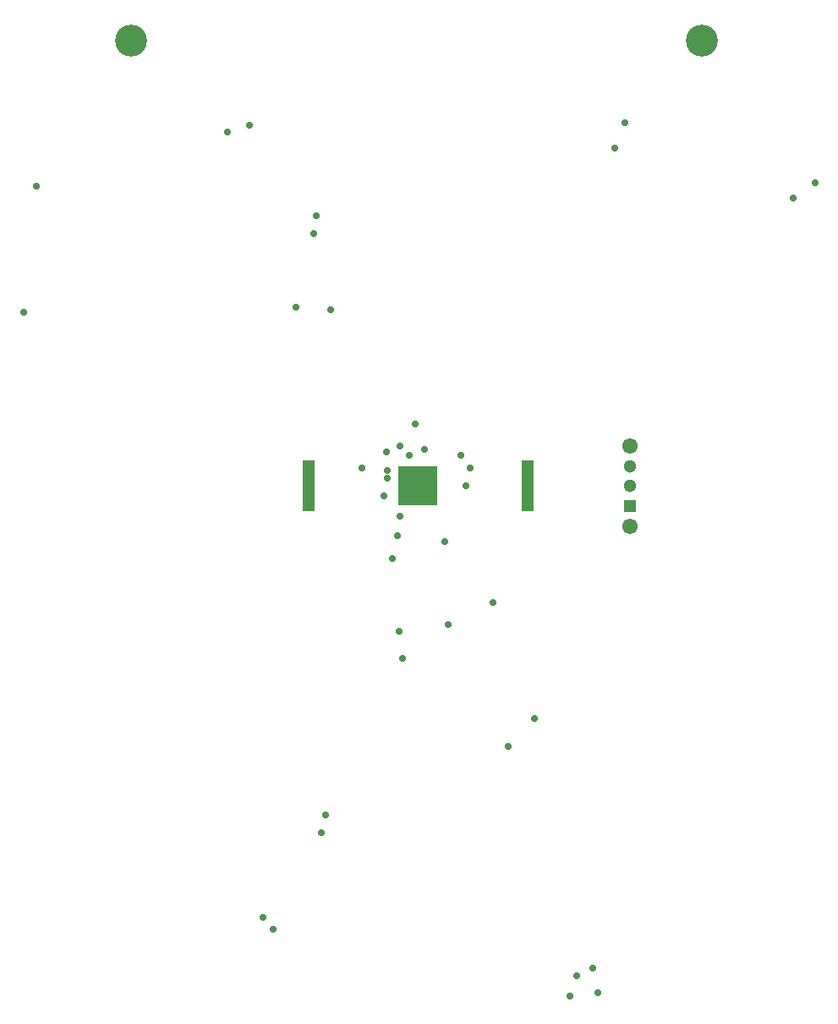
<source format=gbs>
G04*
G04 #@! TF.GenerationSoftware,Altium Limited,Altium Designer,22.8.2 (66)*
G04*
G04 Layer_Color=16711935*
%FSLAX25Y25*%
%MOIN*%
G70*
G04*
G04 #@! TF.SameCoordinates,5BBA7AF8-D70B-405A-A25D-C681712A1337*
G04*
G04*
G04 #@! TF.FilePolarity,Negative*
G04*
G01*
G75*
%ADD23C,0.12611*%
%ADD24C,0.06102*%
%ADD25C,0.05118*%
%ADD26R,0.05118X0.05118*%
%ADD27C,0.02769*%
%ADD30R,0.05000X0.20000*%
%ADD31R,0.15600X0.15600*%
D23*
X295000Y385000D02*
D03*
X70000D02*
D03*
D24*
X266500Y225122D02*
D03*
Y193626D02*
D03*
D25*
Y217248D02*
D03*
Y209374D02*
D03*
D26*
Y201500D02*
D03*
D27*
X175519Y152314D02*
D03*
X170622Y222879D02*
D03*
X202000Y209500D02*
D03*
X203500Y216500D02*
D03*
X200000Y221500D02*
D03*
X175987Y225013D02*
D03*
X179500Y221500D02*
D03*
X161000Y216500D02*
D03*
X171000Y212500D02*
D03*
X176000Y197500D02*
D03*
X193500Y187500D02*
D03*
X175000Y190000D02*
D03*
X331000Y323000D02*
D03*
X339500Y329000D02*
D03*
X264500Y352500D02*
D03*
X260500Y342500D02*
D03*
X185500Y224000D02*
D03*
X177000Y141500D02*
D03*
X146500Y80000D02*
D03*
X145000Y73000D02*
D03*
X122000Y39500D02*
D03*
X126000Y35000D02*
D03*
X27500Y278000D02*
D03*
X32500Y327500D02*
D03*
X108000Y349000D02*
D03*
X116500Y351500D02*
D03*
X143000Y316000D02*
D03*
X142000Y309000D02*
D03*
X135000Y280000D02*
D03*
X148500Y279000D02*
D03*
X182000Y234000D02*
D03*
X171000Y215500D02*
D03*
X169500Y205500D02*
D03*
X173000Y181000D02*
D03*
X195000Y155000D02*
D03*
X212500Y163500D02*
D03*
X229000Y118000D02*
D03*
X218500Y107000D02*
D03*
X252000Y19487D02*
D03*
X245500Y16500D02*
D03*
X243000Y8500D02*
D03*
X254000Y10000D02*
D03*
D30*
X139752Y209500D02*
D03*
X226248D02*
D03*
D31*
X183000D02*
D03*
M02*

</source>
